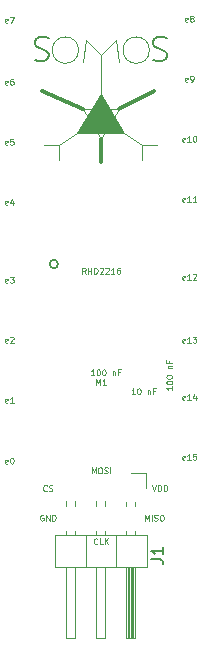
<source format=gbr>
G04 #@! TF.GenerationSoftware,KiCad,Pcbnew,5.1.5-52549c5~84~ubuntu18.04.1*
G04 #@! TF.CreationDate,2020-01-13T22:36:15-08:00*
G04 #@! TF.ProjectId,somos_wristband_1.0,736f6d6f-735f-4777-9269-737462616e64,rev?*
G04 #@! TF.SameCoordinates,Original*
G04 #@! TF.FileFunction,Legend,Top*
G04 #@! TF.FilePolarity,Positive*
%FSLAX46Y46*%
G04 Gerber Fmt 4.6, Leading zero omitted, Abs format (unit mm)*
G04 Created by KiCad (PCBNEW 5.1.5-52549c5~84~ubuntu18.04.1) date 2020-01-13 22:36:15*
%MOMM*%
%LPD*%
G04 APERTURE LIST*
%ADD10C,0.050000*%
%ADD11C,0.120000*%
%ADD12C,0.100000*%
%ADD13C,0.300000*%
%ADD14C,0.150000*%
G04 APERTURE END LIST*
D10*
X157099047Y-121550380D02*
X157051428Y-121574190D01*
X156956190Y-121574190D01*
X156908571Y-121550380D01*
X156884761Y-121502761D01*
X156884761Y-121312285D01*
X156908571Y-121264666D01*
X156956190Y-121240857D01*
X157051428Y-121240857D01*
X157099047Y-121264666D01*
X157122857Y-121312285D01*
X157122857Y-121359904D01*
X156884761Y-121407523D01*
X157599047Y-121574190D02*
X157313333Y-121574190D01*
X157456190Y-121574190D02*
X157456190Y-121074190D01*
X157408571Y-121145619D01*
X157360952Y-121193238D01*
X157313333Y-121217047D01*
X158051428Y-121074190D02*
X157813333Y-121074190D01*
X157789523Y-121312285D01*
X157813333Y-121288476D01*
X157860952Y-121264666D01*
X157980000Y-121264666D01*
X158027619Y-121288476D01*
X158051428Y-121312285D01*
X158075238Y-121359904D01*
X158075238Y-121478952D01*
X158051428Y-121526571D01*
X158027619Y-121550380D01*
X157980000Y-121574190D01*
X157860952Y-121574190D01*
X157813333Y-121550380D01*
X157789523Y-121526571D01*
X157099047Y-116470380D02*
X157051428Y-116494190D01*
X156956190Y-116494190D01*
X156908571Y-116470380D01*
X156884761Y-116422761D01*
X156884761Y-116232285D01*
X156908571Y-116184666D01*
X156956190Y-116160857D01*
X157051428Y-116160857D01*
X157099047Y-116184666D01*
X157122857Y-116232285D01*
X157122857Y-116279904D01*
X156884761Y-116327523D01*
X157599047Y-116494190D02*
X157313333Y-116494190D01*
X157456190Y-116494190D02*
X157456190Y-115994190D01*
X157408571Y-116065619D01*
X157360952Y-116113238D01*
X157313333Y-116137047D01*
X158027619Y-116160857D02*
X158027619Y-116494190D01*
X157908571Y-115970380D02*
X157789523Y-116327523D01*
X158099047Y-116327523D01*
X157099047Y-111644380D02*
X157051428Y-111668190D01*
X156956190Y-111668190D01*
X156908571Y-111644380D01*
X156884761Y-111596761D01*
X156884761Y-111406285D01*
X156908571Y-111358666D01*
X156956190Y-111334857D01*
X157051428Y-111334857D01*
X157099047Y-111358666D01*
X157122857Y-111406285D01*
X157122857Y-111453904D01*
X156884761Y-111501523D01*
X157599047Y-111668190D02*
X157313333Y-111668190D01*
X157456190Y-111668190D02*
X157456190Y-111168190D01*
X157408571Y-111239619D01*
X157360952Y-111287238D01*
X157313333Y-111311047D01*
X157765714Y-111168190D02*
X158075238Y-111168190D01*
X157908571Y-111358666D01*
X157980000Y-111358666D01*
X158027619Y-111382476D01*
X158051428Y-111406285D01*
X158075238Y-111453904D01*
X158075238Y-111572952D01*
X158051428Y-111620571D01*
X158027619Y-111644380D01*
X157980000Y-111668190D01*
X157837142Y-111668190D01*
X157789523Y-111644380D01*
X157765714Y-111620571D01*
X157099047Y-106310380D02*
X157051428Y-106334190D01*
X156956190Y-106334190D01*
X156908571Y-106310380D01*
X156884761Y-106262761D01*
X156884761Y-106072285D01*
X156908571Y-106024666D01*
X156956190Y-106000857D01*
X157051428Y-106000857D01*
X157099047Y-106024666D01*
X157122857Y-106072285D01*
X157122857Y-106119904D01*
X156884761Y-106167523D01*
X157599047Y-106334190D02*
X157313333Y-106334190D01*
X157456190Y-106334190D02*
X157456190Y-105834190D01*
X157408571Y-105905619D01*
X157360952Y-105953238D01*
X157313333Y-105977047D01*
X157789523Y-105881809D02*
X157813333Y-105858000D01*
X157860952Y-105834190D01*
X157980000Y-105834190D01*
X158027619Y-105858000D01*
X158051428Y-105881809D01*
X158075238Y-105929428D01*
X158075238Y-105977047D01*
X158051428Y-106048476D01*
X157765714Y-106334190D01*
X158075238Y-106334190D01*
X157099047Y-99706380D02*
X157051428Y-99730190D01*
X156956190Y-99730190D01*
X156908571Y-99706380D01*
X156884761Y-99658761D01*
X156884761Y-99468285D01*
X156908571Y-99420666D01*
X156956190Y-99396857D01*
X157051428Y-99396857D01*
X157099047Y-99420666D01*
X157122857Y-99468285D01*
X157122857Y-99515904D01*
X156884761Y-99563523D01*
X157599047Y-99730190D02*
X157313333Y-99730190D01*
X157456190Y-99730190D02*
X157456190Y-99230190D01*
X157408571Y-99301619D01*
X157360952Y-99349238D01*
X157313333Y-99373047D01*
X158075238Y-99730190D02*
X157789523Y-99730190D01*
X157932380Y-99730190D02*
X157932380Y-99230190D01*
X157884761Y-99301619D01*
X157837142Y-99349238D01*
X157789523Y-99373047D01*
X157099047Y-94626380D02*
X157051428Y-94650190D01*
X156956190Y-94650190D01*
X156908571Y-94626380D01*
X156884761Y-94578761D01*
X156884761Y-94388285D01*
X156908571Y-94340666D01*
X156956190Y-94316857D01*
X157051428Y-94316857D01*
X157099047Y-94340666D01*
X157122857Y-94388285D01*
X157122857Y-94435904D01*
X156884761Y-94483523D01*
X157599047Y-94650190D02*
X157313333Y-94650190D01*
X157456190Y-94650190D02*
X157456190Y-94150190D01*
X157408571Y-94221619D01*
X157360952Y-94269238D01*
X157313333Y-94293047D01*
X157908571Y-94150190D02*
X157956190Y-94150190D01*
X158003809Y-94174000D01*
X158027619Y-94197809D01*
X158051428Y-94245428D01*
X158075238Y-94340666D01*
X158075238Y-94459714D01*
X158051428Y-94554952D01*
X158027619Y-94602571D01*
X158003809Y-94626380D01*
X157956190Y-94650190D01*
X157908571Y-94650190D01*
X157860952Y-94626380D01*
X157837142Y-94602571D01*
X157813333Y-94554952D01*
X157789523Y-94459714D01*
X157789523Y-94340666D01*
X157813333Y-94245428D01*
X157837142Y-94197809D01*
X157860952Y-94174000D01*
X157908571Y-94150190D01*
X157337142Y-89546380D02*
X157289523Y-89570190D01*
X157194285Y-89570190D01*
X157146666Y-89546380D01*
X157122857Y-89498761D01*
X157122857Y-89308285D01*
X157146666Y-89260666D01*
X157194285Y-89236857D01*
X157289523Y-89236857D01*
X157337142Y-89260666D01*
X157360952Y-89308285D01*
X157360952Y-89355904D01*
X157122857Y-89403523D01*
X157599047Y-89570190D02*
X157694285Y-89570190D01*
X157741904Y-89546380D01*
X157765714Y-89522571D01*
X157813333Y-89451142D01*
X157837142Y-89355904D01*
X157837142Y-89165428D01*
X157813333Y-89117809D01*
X157789523Y-89094000D01*
X157741904Y-89070190D01*
X157646666Y-89070190D01*
X157599047Y-89094000D01*
X157575238Y-89117809D01*
X157551428Y-89165428D01*
X157551428Y-89284476D01*
X157575238Y-89332095D01*
X157599047Y-89355904D01*
X157646666Y-89379714D01*
X157741904Y-89379714D01*
X157789523Y-89355904D01*
X157813333Y-89332095D01*
X157837142Y-89284476D01*
X157337142Y-84466380D02*
X157289523Y-84490190D01*
X157194285Y-84490190D01*
X157146666Y-84466380D01*
X157122857Y-84418761D01*
X157122857Y-84228285D01*
X157146666Y-84180666D01*
X157194285Y-84156857D01*
X157289523Y-84156857D01*
X157337142Y-84180666D01*
X157360952Y-84228285D01*
X157360952Y-84275904D01*
X157122857Y-84323523D01*
X157646666Y-84204476D02*
X157599047Y-84180666D01*
X157575238Y-84156857D01*
X157551428Y-84109238D01*
X157551428Y-84085428D01*
X157575238Y-84037809D01*
X157599047Y-84014000D01*
X157646666Y-83990190D01*
X157741904Y-83990190D01*
X157789523Y-84014000D01*
X157813333Y-84037809D01*
X157837142Y-84085428D01*
X157837142Y-84109238D01*
X157813333Y-84156857D01*
X157789523Y-84180666D01*
X157741904Y-84204476D01*
X157646666Y-84204476D01*
X157599047Y-84228285D01*
X157575238Y-84252095D01*
X157551428Y-84299714D01*
X157551428Y-84394952D01*
X157575238Y-84442571D01*
X157599047Y-84466380D01*
X157646666Y-84490190D01*
X157741904Y-84490190D01*
X157789523Y-84466380D01*
X157813333Y-84442571D01*
X157837142Y-84394952D01*
X157837142Y-84299714D01*
X157813333Y-84252095D01*
X157789523Y-84228285D01*
X157741904Y-84204476D01*
X142097142Y-84530380D02*
X142049523Y-84554190D01*
X141954285Y-84554190D01*
X141906666Y-84530380D01*
X141882857Y-84482761D01*
X141882857Y-84292285D01*
X141906666Y-84244666D01*
X141954285Y-84220857D01*
X142049523Y-84220857D01*
X142097142Y-84244666D01*
X142120952Y-84292285D01*
X142120952Y-84339904D01*
X141882857Y-84387523D01*
X142287619Y-84054190D02*
X142620952Y-84054190D01*
X142406666Y-84554190D01*
X142097142Y-89800380D02*
X142049523Y-89824190D01*
X141954285Y-89824190D01*
X141906666Y-89800380D01*
X141882857Y-89752761D01*
X141882857Y-89562285D01*
X141906666Y-89514666D01*
X141954285Y-89490857D01*
X142049523Y-89490857D01*
X142097142Y-89514666D01*
X142120952Y-89562285D01*
X142120952Y-89609904D01*
X141882857Y-89657523D01*
X142549523Y-89324190D02*
X142454285Y-89324190D01*
X142406666Y-89348000D01*
X142382857Y-89371809D01*
X142335238Y-89443238D01*
X142311428Y-89538476D01*
X142311428Y-89728952D01*
X142335238Y-89776571D01*
X142359047Y-89800380D01*
X142406666Y-89824190D01*
X142501904Y-89824190D01*
X142549523Y-89800380D01*
X142573333Y-89776571D01*
X142597142Y-89728952D01*
X142597142Y-89609904D01*
X142573333Y-89562285D01*
X142549523Y-89538476D01*
X142501904Y-89514666D01*
X142406666Y-89514666D01*
X142359047Y-89538476D01*
X142335238Y-89562285D01*
X142311428Y-89609904D01*
X142097142Y-94880380D02*
X142049523Y-94904190D01*
X141954285Y-94904190D01*
X141906666Y-94880380D01*
X141882857Y-94832761D01*
X141882857Y-94642285D01*
X141906666Y-94594666D01*
X141954285Y-94570857D01*
X142049523Y-94570857D01*
X142097142Y-94594666D01*
X142120952Y-94642285D01*
X142120952Y-94689904D01*
X141882857Y-94737523D01*
X142573333Y-94404190D02*
X142335238Y-94404190D01*
X142311428Y-94642285D01*
X142335238Y-94618476D01*
X142382857Y-94594666D01*
X142501904Y-94594666D01*
X142549523Y-94618476D01*
X142573333Y-94642285D01*
X142597142Y-94689904D01*
X142597142Y-94808952D01*
X142573333Y-94856571D01*
X142549523Y-94880380D01*
X142501904Y-94904190D01*
X142382857Y-94904190D01*
X142335238Y-94880380D01*
X142311428Y-94856571D01*
X142097142Y-99960380D02*
X142049523Y-99984190D01*
X141954285Y-99984190D01*
X141906666Y-99960380D01*
X141882857Y-99912761D01*
X141882857Y-99722285D01*
X141906666Y-99674666D01*
X141954285Y-99650857D01*
X142049523Y-99650857D01*
X142097142Y-99674666D01*
X142120952Y-99722285D01*
X142120952Y-99769904D01*
X141882857Y-99817523D01*
X142549523Y-99650857D02*
X142549523Y-99984190D01*
X142430476Y-99460380D02*
X142311428Y-99817523D01*
X142620952Y-99817523D01*
X142097142Y-106564380D02*
X142049523Y-106588190D01*
X141954285Y-106588190D01*
X141906666Y-106564380D01*
X141882857Y-106516761D01*
X141882857Y-106326285D01*
X141906666Y-106278666D01*
X141954285Y-106254857D01*
X142049523Y-106254857D01*
X142097142Y-106278666D01*
X142120952Y-106326285D01*
X142120952Y-106373904D01*
X141882857Y-106421523D01*
X142287619Y-106088190D02*
X142597142Y-106088190D01*
X142430476Y-106278666D01*
X142501904Y-106278666D01*
X142549523Y-106302476D01*
X142573333Y-106326285D01*
X142597142Y-106373904D01*
X142597142Y-106492952D01*
X142573333Y-106540571D01*
X142549523Y-106564380D01*
X142501904Y-106588190D01*
X142359047Y-106588190D01*
X142311428Y-106564380D01*
X142287619Y-106540571D01*
X142097142Y-111644380D02*
X142049523Y-111668190D01*
X141954285Y-111668190D01*
X141906666Y-111644380D01*
X141882857Y-111596761D01*
X141882857Y-111406285D01*
X141906666Y-111358666D01*
X141954285Y-111334857D01*
X142049523Y-111334857D01*
X142097142Y-111358666D01*
X142120952Y-111406285D01*
X142120952Y-111453904D01*
X141882857Y-111501523D01*
X142311428Y-111215809D02*
X142335238Y-111192000D01*
X142382857Y-111168190D01*
X142501904Y-111168190D01*
X142549523Y-111192000D01*
X142573333Y-111215809D01*
X142597142Y-111263428D01*
X142597142Y-111311047D01*
X142573333Y-111382476D01*
X142287619Y-111668190D01*
X142597142Y-111668190D01*
X142097142Y-116724380D02*
X142049523Y-116748190D01*
X141954285Y-116748190D01*
X141906666Y-116724380D01*
X141882857Y-116676761D01*
X141882857Y-116486285D01*
X141906666Y-116438666D01*
X141954285Y-116414857D01*
X142049523Y-116414857D01*
X142097142Y-116438666D01*
X142120952Y-116486285D01*
X142120952Y-116533904D01*
X141882857Y-116581523D01*
X142597142Y-116748190D02*
X142311428Y-116748190D01*
X142454285Y-116748190D02*
X142454285Y-116248190D01*
X142406666Y-116319619D01*
X142359047Y-116367238D01*
X142311428Y-116391047D01*
X142097142Y-121868380D02*
X142049523Y-121892190D01*
X141954285Y-121892190D01*
X141906666Y-121868380D01*
X141882857Y-121820761D01*
X141882857Y-121630285D01*
X141906666Y-121582666D01*
X141954285Y-121558857D01*
X142049523Y-121558857D01*
X142097142Y-121582666D01*
X142120952Y-121630285D01*
X142120952Y-121677904D01*
X141882857Y-121725523D01*
X142430476Y-121392190D02*
X142478095Y-121392190D01*
X142525714Y-121416000D01*
X142549523Y-121439809D01*
X142573333Y-121487428D01*
X142597142Y-121582666D01*
X142597142Y-121701714D01*
X142573333Y-121796952D01*
X142549523Y-121844571D01*
X142525714Y-121868380D01*
X142478095Y-121892190D01*
X142430476Y-121892190D01*
X142382857Y-121868380D01*
X142359047Y-121844571D01*
X142335238Y-121796952D01*
X142311428Y-121701714D01*
X142311428Y-121582666D01*
X142335238Y-121487428D01*
X142359047Y-121439809D01*
X142382857Y-121416000D01*
X142430476Y-121392190D01*
X145416666Y-124178571D02*
X145392857Y-124202380D01*
X145321428Y-124226190D01*
X145273809Y-124226190D01*
X145202380Y-124202380D01*
X145154761Y-124154761D01*
X145130952Y-124107142D01*
X145107142Y-124011904D01*
X145107142Y-123940476D01*
X145130952Y-123845238D01*
X145154761Y-123797619D01*
X145202380Y-123750000D01*
X145273809Y-123726190D01*
X145321428Y-123726190D01*
X145392857Y-123750000D01*
X145416666Y-123773809D01*
X145607142Y-124202380D02*
X145678571Y-124226190D01*
X145797619Y-124226190D01*
X145845238Y-124202380D01*
X145869047Y-124178571D01*
X145892857Y-124130952D01*
X145892857Y-124083333D01*
X145869047Y-124035714D01*
X145845238Y-124011904D01*
X145797619Y-123988095D01*
X145702380Y-123964285D01*
X145654761Y-123940476D01*
X145630952Y-123916666D01*
X145607142Y-123869047D01*
X145607142Y-123821428D01*
X145630952Y-123773809D01*
X145654761Y-123750000D01*
X145702380Y-123726190D01*
X145821428Y-123726190D01*
X145892857Y-123750000D01*
X149702380Y-128678571D02*
X149678571Y-128702380D01*
X149607142Y-128726190D01*
X149559523Y-128726190D01*
X149488095Y-128702380D01*
X149440476Y-128654761D01*
X149416666Y-128607142D01*
X149392857Y-128511904D01*
X149392857Y-128440476D01*
X149416666Y-128345238D01*
X149440476Y-128297619D01*
X149488095Y-128250000D01*
X149559523Y-128226190D01*
X149607142Y-128226190D01*
X149678571Y-128250000D01*
X149702380Y-128273809D01*
X150154761Y-128726190D02*
X149916666Y-128726190D01*
X149916666Y-128226190D01*
X150321428Y-128726190D02*
X150321428Y-128226190D01*
X150607142Y-128726190D02*
X150392857Y-128440476D01*
X150607142Y-128226190D02*
X150321428Y-128511904D01*
X149214285Y-122726190D02*
X149214285Y-122226190D01*
X149380952Y-122583333D01*
X149547619Y-122226190D01*
X149547619Y-122726190D01*
X149880952Y-122226190D02*
X149976190Y-122226190D01*
X150023809Y-122250000D01*
X150071428Y-122297619D01*
X150095238Y-122392857D01*
X150095238Y-122559523D01*
X150071428Y-122654761D01*
X150023809Y-122702380D01*
X149976190Y-122726190D01*
X149880952Y-122726190D01*
X149833333Y-122702380D01*
X149785714Y-122654761D01*
X149761904Y-122559523D01*
X149761904Y-122392857D01*
X149785714Y-122297619D01*
X149833333Y-122250000D01*
X149880952Y-122226190D01*
X150285714Y-122702380D02*
X150357142Y-122726190D01*
X150476190Y-122726190D01*
X150523809Y-122702380D01*
X150547619Y-122678571D01*
X150571428Y-122630952D01*
X150571428Y-122583333D01*
X150547619Y-122535714D01*
X150523809Y-122511904D01*
X150476190Y-122488095D01*
X150380952Y-122464285D01*
X150333333Y-122440476D01*
X150309523Y-122416666D01*
X150285714Y-122369047D01*
X150285714Y-122321428D01*
X150309523Y-122273809D01*
X150333333Y-122250000D01*
X150380952Y-122226190D01*
X150500000Y-122226190D01*
X150571428Y-122250000D01*
X150785714Y-122726190D02*
X150785714Y-122226190D01*
X153714285Y-126726190D02*
X153714285Y-126226190D01*
X153880952Y-126583333D01*
X154047619Y-126226190D01*
X154047619Y-126726190D01*
X154285714Y-126726190D02*
X154285714Y-126226190D01*
X154500000Y-126702380D02*
X154571428Y-126726190D01*
X154690476Y-126726190D01*
X154738095Y-126702380D01*
X154761904Y-126678571D01*
X154785714Y-126630952D01*
X154785714Y-126583333D01*
X154761904Y-126535714D01*
X154738095Y-126511904D01*
X154690476Y-126488095D01*
X154595238Y-126464285D01*
X154547619Y-126440476D01*
X154523809Y-126416666D01*
X154500000Y-126369047D01*
X154500000Y-126321428D01*
X154523809Y-126273809D01*
X154547619Y-126250000D01*
X154595238Y-126226190D01*
X154714285Y-126226190D01*
X154785714Y-126250000D01*
X155095238Y-126226190D02*
X155190476Y-126226190D01*
X155238095Y-126250000D01*
X155285714Y-126297619D01*
X155309523Y-126392857D01*
X155309523Y-126559523D01*
X155285714Y-126654761D01*
X155238095Y-126702380D01*
X155190476Y-126726190D01*
X155095238Y-126726190D01*
X155047619Y-126702380D01*
X155000000Y-126654761D01*
X154976190Y-126559523D01*
X154976190Y-126392857D01*
X155000000Y-126297619D01*
X155047619Y-126250000D01*
X155095238Y-126226190D01*
X145119047Y-126250000D02*
X145071428Y-126226190D01*
X145000000Y-126226190D01*
X144928571Y-126250000D01*
X144880952Y-126297619D01*
X144857142Y-126345238D01*
X144833333Y-126440476D01*
X144833333Y-126511904D01*
X144857142Y-126607142D01*
X144880952Y-126654761D01*
X144928571Y-126702380D01*
X145000000Y-126726190D01*
X145047619Y-126726190D01*
X145119047Y-126702380D01*
X145142857Y-126678571D01*
X145142857Y-126511904D01*
X145047619Y-126511904D01*
X145357142Y-126726190D02*
X145357142Y-126226190D01*
X145642857Y-126726190D01*
X145642857Y-126226190D01*
X145880952Y-126726190D02*
X145880952Y-126226190D01*
X146000000Y-126226190D01*
X146071428Y-126250000D01*
X146119047Y-126297619D01*
X146142857Y-126345238D01*
X146166666Y-126440476D01*
X146166666Y-126511904D01*
X146142857Y-126607142D01*
X146119047Y-126654761D01*
X146071428Y-126702380D01*
X146000000Y-126726190D01*
X145880952Y-126726190D01*
X154333333Y-123726190D02*
X154500000Y-124226190D01*
X154666666Y-123726190D01*
X154833333Y-124226190D02*
X154833333Y-123726190D01*
X154952380Y-123726190D01*
X155023809Y-123750000D01*
X155071428Y-123797619D01*
X155095238Y-123845238D01*
X155119047Y-123940476D01*
X155119047Y-124011904D01*
X155095238Y-124107142D01*
X155071428Y-124154761D01*
X155023809Y-124202380D01*
X154952380Y-124226190D01*
X154833333Y-124226190D01*
X155333333Y-124226190D02*
X155333333Y-123726190D01*
X155452380Y-123726190D01*
X155523809Y-123750000D01*
X155571428Y-123797619D01*
X155595238Y-123845238D01*
X155619047Y-123940476D01*
X155619047Y-124011904D01*
X155595238Y-124107142D01*
X155571428Y-124154761D01*
X155523809Y-124202380D01*
X155452380Y-124226190D01*
X155333333Y-124226190D01*
D11*
X149987000Y-94392500D02*
X148487000Y-91892500D01*
X151487000Y-91892500D02*
X149987000Y-94392500D01*
X148487000Y-91892500D02*
X151487000Y-91892500D01*
X154105034Y-86892500D02*
G75*
G03X154105034Y-86892500I-1118034J0D01*
G01*
X148105034Y-86892500D02*
G75*
G03X148105034Y-86892500I-1118034J0D01*
G01*
X151257000Y-86042500D02*
X151487000Y-87892500D01*
X148717000Y-86042500D02*
X148487000Y-87892500D01*
D12*
G36*
X151987000Y-93892500D02*
G01*
X147987000Y-93892500D01*
X149987000Y-90596449D01*
X151987000Y-93892500D01*
G37*
X151987000Y-93892500D02*
X147987000Y-93892500D01*
X149987000Y-90596449D01*
X151987000Y-93892500D01*
D11*
X151987000Y-93892500D02*
X149987000Y-90596449D01*
X147987000Y-93892500D02*
X151987000Y-93892500D01*
X149987000Y-90596449D02*
X147987000Y-93892500D01*
D13*
X149987000Y-94392500D02*
X149987000Y-96392500D01*
X148487000Y-91892500D02*
X144987000Y-90392500D01*
X151487000Y-91892500D02*
X154487000Y-90392500D01*
D11*
X146487000Y-94892500D02*
X146487000Y-96162500D01*
X145217000Y-94892500D02*
X146487000Y-94892500D01*
X147987000Y-93892500D02*
X146487000Y-94892500D01*
X153487000Y-94892500D02*
X154757000Y-94892500D01*
X153487000Y-94892500D02*
X153487000Y-96162500D01*
X151987000Y-93892500D02*
X153487000Y-94892500D01*
X149987000Y-87312500D02*
X151257000Y-86042500D01*
X148717000Y-86042500D02*
X149987000Y-87312500D01*
X149987000Y-87312500D02*
X148717000Y-86042500D01*
X149987000Y-88582500D02*
X149987000Y-87312500D01*
X149987000Y-90596449D02*
X149987000Y-88582500D01*
D14*
X146360555Y-105000000D02*
G75*
G03X146360555Y-105000000I-360555J0D01*
G01*
D11*
X153810000Y-122730000D02*
X153810000Y-124000000D01*
X152540000Y-122730000D02*
X153810000Y-122730000D01*
X147080000Y-125042929D02*
X147080000Y-125497071D01*
X147840000Y-125042929D02*
X147840000Y-125497071D01*
X147080000Y-127582929D02*
X147080000Y-127980000D01*
X147840000Y-127582929D02*
X147840000Y-127980000D01*
X147080000Y-136640000D02*
X147080000Y-130640000D01*
X147840000Y-136640000D02*
X147080000Y-136640000D01*
X147840000Y-130640000D02*
X147840000Y-136640000D01*
X148730000Y-127980000D02*
X148730000Y-130640000D01*
X149620000Y-125042929D02*
X149620000Y-125497071D01*
X150380000Y-125042929D02*
X150380000Y-125497071D01*
X149620000Y-127582929D02*
X149620000Y-127980000D01*
X150380000Y-127582929D02*
X150380000Y-127980000D01*
X149620000Y-136640000D02*
X149620000Y-130640000D01*
X150380000Y-136640000D02*
X149620000Y-136640000D01*
X150380000Y-130640000D02*
X150380000Y-136640000D01*
X151270000Y-127980000D02*
X151270000Y-130640000D01*
X152160000Y-125110000D02*
X152160000Y-125497071D01*
X152920000Y-125110000D02*
X152920000Y-125497071D01*
X152160000Y-127582929D02*
X152160000Y-127980000D01*
X152920000Y-127582929D02*
X152920000Y-127980000D01*
X152260000Y-130640000D02*
X152260000Y-136640000D01*
X152380000Y-130640000D02*
X152380000Y-136640000D01*
X152500000Y-130640000D02*
X152500000Y-136640000D01*
X152620000Y-130640000D02*
X152620000Y-136640000D01*
X152740000Y-130640000D02*
X152740000Y-136640000D01*
X152860000Y-130640000D02*
X152860000Y-136640000D01*
X152160000Y-136640000D02*
X152160000Y-130640000D01*
X152920000Y-136640000D02*
X152160000Y-136640000D01*
X152920000Y-130640000D02*
X152920000Y-136640000D01*
X153870000Y-130640000D02*
X153870000Y-127980000D01*
X146130000Y-130640000D02*
X153870000Y-130640000D01*
X146130000Y-127980000D02*
X146130000Y-130640000D01*
X153870000Y-127980000D02*
X146130000Y-127980000D01*
D14*
X154415571Y-87702023D02*
X154701285Y-87797261D01*
X155177476Y-87797261D01*
X155367952Y-87702023D01*
X155463190Y-87606785D01*
X155558428Y-87416309D01*
X155558428Y-87225833D01*
X155463190Y-87035357D01*
X155367952Y-86940119D01*
X155177476Y-86844880D01*
X154796523Y-86749642D01*
X154606047Y-86654404D01*
X154510809Y-86559166D01*
X154415571Y-86368690D01*
X154415571Y-86178214D01*
X154510809Y-85987738D01*
X154606047Y-85892500D01*
X154796523Y-85797261D01*
X155272714Y-85797261D01*
X155558428Y-85892500D01*
X144415571Y-87702023D02*
X144701285Y-87797261D01*
X145177476Y-87797261D01*
X145367952Y-87702023D01*
X145463190Y-87606785D01*
X145558428Y-87416309D01*
X145558428Y-87225833D01*
X145463190Y-87035357D01*
X145367952Y-86940119D01*
X145177476Y-86844880D01*
X144796523Y-86749642D01*
X144606047Y-86654404D01*
X144510809Y-86559166D01*
X144415571Y-86368690D01*
X144415571Y-86178214D01*
X144510809Y-85987738D01*
X144606047Y-85892500D01*
X144796523Y-85797261D01*
X145272714Y-85797261D01*
X145558428Y-85892500D01*
D10*
X152873809Y-116026190D02*
X152588095Y-116026190D01*
X152730952Y-116026190D02*
X152730952Y-115526190D01*
X152683333Y-115597619D01*
X152635714Y-115645238D01*
X152588095Y-115669047D01*
X153183333Y-115526190D02*
X153230952Y-115526190D01*
X153278571Y-115550000D01*
X153302380Y-115573809D01*
X153326190Y-115621428D01*
X153350000Y-115716666D01*
X153350000Y-115835714D01*
X153326190Y-115930952D01*
X153302380Y-115978571D01*
X153278571Y-116002380D01*
X153230952Y-116026190D01*
X153183333Y-116026190D01*
X153135714Y-116002380D01*
X153111904Y-115978571D01*
X153088095Y-115930952D01*
X153064285Y-115835714D01*
X153064285Y-115716666D01*
X153088095Y-115621428D01*
X153111904Y-115573809D01*
X153135714Y-115550000D01*
X153183333Y-115526190D01*
X153945238Y-115692857D02*
X153945238Y-116026190D01*
X153945238Y-115740476D02*
X153969047Y-115716666D01*
X154016666Y-115692857D01*
X154088095Y-115692857D01*
X154135714Y-115716666D01*
X154159523Y-115764285D01*
X154159523Y-116026190D01*
X154564285Y-115764285D02*
X154397619Y-115764285D01*
X154397619Y-116026190D02*
X154397619Y-115526190D01*
X154635714Y-115526190D01*
X149595238Y-115226190D02*
X149595238Y-114726190D01*
X149761904Y-115083333D01*
X149928571Y-114726190D01*
X149928571Y-115226190D01*
X150428571Y-115226190D02*
X150142857Y-115226190D01*
X150285714Y-115226190D02*
X150285714Y-114726190D01*
X150238095Y-114797619D01*
X150190476Y-114845238D01*
X150142857Y-114869047D01*
X148690476Y-105826190D02*
X148523809Y-105588095D01*
X148404761Y-105826190D02*
X148404761Y-105326190D01*
X148595238Y-105326190D01*
X148642857Y-105350000D01*
X148666666Y-105373809D01*
X148690476Y-105421428D01*
X148690476Y-105492857D01*
X148666666Y-105540476D01*
X148642857Y-105564285D01*
X148595238Y-105588095D01*
X148404761Y-105588095D01*
X148904761Y-105826190D02*
X148904761Y-105326190D01*
X148904761Y-105564285D02*
X149190476Y-105564285D01*
X149190476Y-105826190D02*
X149190476Y-105326190D01*
X149428571Y-105826190D02*
X149428571Y-105326190D01*
X149547619Y-105326190D01*
X149619047Y-105350000D01*
X149666666Y-105397619D01*
X149690476Y-105445238D01*
X149714285Y-105540476D01*
X149714285Y-105611904D01*
X149690476Y-105707142D01*
X149666666Y-105754761D01*
X149619047Y-105802380D01*
X149547619Y-105826190D01*
X149428571Y-105826190D01*
X149904761Y-105373809D02*
X149928571Y-105350000D01*
X149976190Y-105326190D01*
X150095238Y-105326190D01*
X150142857Y-105350000D01*
X150166666Y-105373809D01*
X150190476Y-105421428D01*
X150190476Y-105469047D01*
X150166666Y-105540476D01*
X149880952Y-105826190D01*
X150190476Y-105826190D01*
X150380952Y-105373809D02*
X150404761Y-105350000D01*
X150452380Y-105326190D01*
X150571428Y-105326190D01*
X150619047Y-105350000D01*
X150642857Y-105373809D01*
X150666666Y-105421428D01*
X150666666Y-105469047D01*
X150642857Y-105540476D01*
X150357142Y-105826190D01*
X150666666Y-105826190D01*
X151142857Y-105826190D02*
X150857142Y-105826190D01*
X151000000Y-105826190D02*
X151000000Y-105326190D01*
X150952380Y-105397619D01*
X150904761Y-105445238D01*
X150857142Y-105469047D01*
X151571428Y-105326190D02*
X151476190Y-105326190D01*
X151428571Y-105350000D01*
X151404761Y-105373809D01*
X151357142Y-105445238D01*
X151333333Y-105540476D01*
X151333333Y-105730952D01*
X151357142Y-105778571D01*
X151380952Y-105802380D01*
X151428571Y-105826190D01*
X151523809Y-105826190D01*
X151571428Y-105802380D01*
X151595238Y-105778571D01*
X151619047Y-105730952D01*
X151619047Y-105611904D01*
X151595238Y-105564285D01*
X151571428Y-105540476D01*
X151523809Y-105516666D01*
X151428571Y-105516666D01*
X151380952Y-105540476D01*
X151357142Y-105564285D01*
X151333333Y-105611904D01*
X149435714Y-114426190D02*
X149150000Y-114426190D01*
X149292857Y-114426190D02*
X149292857Y-113926190D01*
X149245238Y-113997619D01*
X149197619Y-114045238D01*
X149150000Y-114069047D01*
X149745238Y-113926190D02*
X149792857Y-113926190D01*
X149840476Y-113950000D01*
X149864285Y-113973809D01*
X149888095Y-114021428D01*
X149911904Y-114116666D01*
X149911904Y-114235714D01*
X149888095Y-114330952D01*
X149864285Y-114378571D01*
X149840476Y-114402380D01*
X149792857Y-114426190D01*
X149745238Y-114426190D01*
X149697619Y-114402380D01*
X149673809Y-114378571D01*
X149650000Y-114330952D01*
X149626190Y-114235714D01*
X149626190Y-114116666D01*
X149650000Y-114021428D01*
X149673809Y-113973809D01*
X149697619Y-113950000D01*
X149745238Y-113926190D01*
X150221428Y-113926190D02*
X150269047Y-113926190D01*
X150316666Y-113950000D01*
X150340476Y-113973809D01*
X150364285Y-114021428D01*
X150388095Y-114116666D01*
X150388095Y-114235714D01*
X150364285Y-114330952D01*
X150340476Y-114378571D01*
X150316666Y-114402380D01*
X150269047Y-114426190D01*
X150221428Y-114426190D01*
X150173809Y-114402380D01*
X150150000Y-114378571D01*
X150126190Y-114330952D01*
X150102380Y-114235714D01*
X150102380Y-114116666D01*
X150126190Y-114021428D01*
X150150000Y-113973809D01*
X150173809Y-113950000D01*
X150221428Y-113926190D01*
X150983333Y-114092857D02*
X150983333Y-114426190D01*
X150983333Y-114140476D02*
X151007142Y-114116666D01*
X151054761Y-114092857D01*
X151126190Y-114092857D01*
X151173809Y-114116666D01*
X151197619Y-114164285D01*
X151197619Y-114426190D01*
X151602380Y-114164285D02*
X151435714Y-114164285D01*
X151435714Y-114426190D02*
X151435714Y-113926190D01*
X151673809Y-113926190D01*
X156026190Y-115364285D02*
X156026190Y-115650000D01*
X156026190Y-115507142D02*
X155526190Y-115507142D01*
X155597619Y-115554761D01*
X155645238Y-115602380D01*
X155669047Y-115650000D01*
X155526190Y-115054761D02*
X155526190Y-115007142D01*
X155550000Y-114959523D01*
X155573809Y-114935714D01*
X155621428Y-114911904D01*
X155716666Y-114888095D01*
X155835714Y-114888095D01*
X155930952Y-114911904D01*
X155978571Y-114935714D01*
X156002380Y-114959523D01*
X156026190Y-115007142D01*
X156026190Y-115054761D01*
X156002380Y-115102380D01*
X155978571Y-115126190D01*
X155930952Y-115150000D01*
X155835714Y-115173809D01*
X155716666Y-115173809D01*
X155621428Y-115150000D01*
X155573809Y-115126190D01*
X155550000Y-115102380D01*
X155526190Y-115054761D01*
X155526190Y-114578571D02*
X155526190Y-114530952D01*
X155550000Y-114483333D01*
X155573809Y-114459523D01*
X155621428Y-114435714D01*
X155716666Y-114411904D01*
X155835714Y-114411904D01*
X155930952Y-114435714D01*
X155978571Y-114459523D01*
X156002380Y-114483333D01*
X156026190Y-114530952D01*
X156026190Y-114578571D01*
X156002380Y-114626190D01*
X155978571Y-114650000D01*
X155930952Y-114673809D01*
X155835714Y-114697619D01*
X155716666Y-114697619D01*
X155621428Y-114673809D01*
X155573809Y-114650000D01*
X155550000Y-114626190D01*
X155526190Y-114578571D01*
X155692857Y-113816666D02*
X156026190Y-113816666D01*
X155740476Y-113816666D02*
X155716666Y-113792857D01*
X155692857Y-113745238D01*
X155692857Y-113673809D01*
X155716666Y-113626190D01*
X155764285Y-113602380D01*
X156026190Y-113602380D01*
X155764285Y-113197619D02*
X155764285Y-113364285D01*
X156026190Y-113364285D02*
X155526190Y-113364285D01*
X155526190Y-113126190D01*
D14*
X154262380Y-129988333D02*
X154976666Y-129988333D01*
X155119523Y-130035952D01*
X155214761Y-130131190D01*
X155262380Y-130274047D01*
X155262380Y-130369285D01*
X155262380Y-128988333D02*
X155262380Y-129559761D01*
X155262380Y-129274047D02*
X154262380Y-129274047D01*
X154405238Y-129369285D01*
X154500476Y-129464523D01*
X154548095Y-129559761D01*
M02*

</source>
